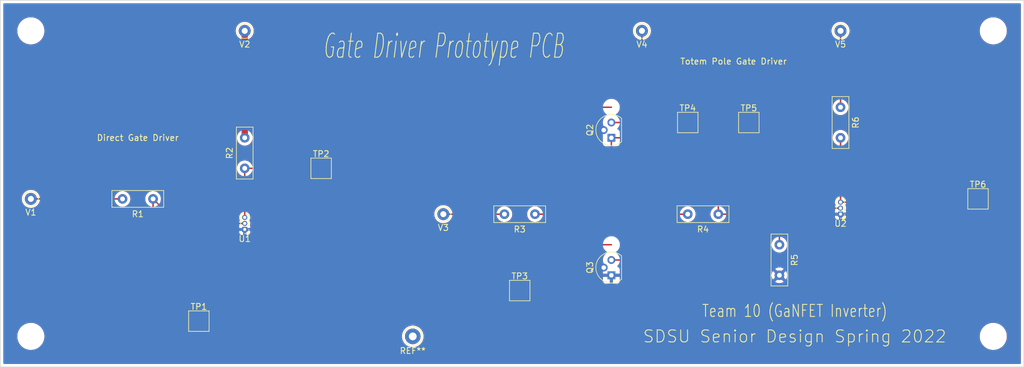
<source format=kicad_pcb>
(kicad_pcb (version 20211014) (generator pcbnew)
  (layers (0 "F.Cu" signal) (31 "B.Cu" signal) (34 "B.Paste" user) (35 "F.Paste" user) (36 "B.SilkS" user "B.Silkscreen") (37 "F.SilkS" user "F.Silkscreen") (38 "B.Mask" user) (39 "F.Mask" user) (44 "Edge.Cuts" user))
  (net 0 "")
  (net 1 "GND")
  (net 2 "Net-(R1-Pad1)")
  (net 3 "Net-(R4-Pad1)")
  (net 4 "Net-(R6-Pad2)")
  (net 5 "Net-(Q2-Pad1)")
  (net 6 "Net-(Q2-Pad3)")
  (net 7 "Net-(Q2-Pad2)")
  (net 8 "Net-(R1-Pad2)")
  (net 9 "Net-(R2-Pad2)")
  (net 10 "Net-(U1-Pad3)")
  (net 11 "Net-(R3-Pad2)")
  (net 12 "Net-(R6-Pad1)")
  (footprint "Resistor_THT:R_Box_L8.4mm_W2.5mm_P5.08mm" (layer "F.Cu") (at 198.12 114.3 -90)
    (fp_text reference "R5" (at 2.54 -2.52 90) (layer "F.SilkS"))
    (fp_text value "R_US")
    (fp_line (start -1.77 1.39) (end 6.85 1.39) (layer "F.SilkS") (width 0.12))
    (fp_line (start 6.85 -1.39) (end 6.85 1.39) (layer "F.SilkS") (width 0.12))
    (fp_line (start -1.77 -1.39) (end 6.85 -1.39) (layer "F.SilkS") (width 0.12))
    (fp_line (start -1.77 -1.39) (end -1.77 1.39) (layer "F.SilkS") (width 0.12))
    (pad "1" thru_hole circle (at 0 0 270) (size 1.6 1.6) (drill 0.8) (layers *.Cu *.Mask) (net 3 "Net-(R4-Pad1)"))
    (pad "2" thru_hole circle (at 5.08 0 270) (size 1.6 1.6) (drill 0.8) (layers *.Cu *.Mask) (net 1 "GND"))
  )
  (footprint "MountingHole:MountingHole_3.5mm" (layer "F.Cu") (at 73.66 78.74)
    (fp_text reference "REF**" hide)
    (fp_text value "MountingHole_3.5mm" hide)
    (pad "" np_thru_hole circle (at 0 0) (size 3.5 3.5) (drill 3.5) (layers *.Cu *.Mask))
  )
  (footprint "Connector_Pin:Pin_D1.0mm_L10.0mm" (layer "F.Cu") (at 73.66 106.68)
    (fp_text reference "V1" (at 0 2.25) (layer "F.SilkS"))
    (fp_text value "PWM-Direct")
    (fp_circle (center 0 0) (end 1.25 0.05) (layer "F.SilkS") (width 0.12) (fill none))
    (pad "1" thru_hole circle (at 0 0) (size 2 2) (drill 1) (layers *.Cu *.Mask) (net 8 "Net-(R1-Pad2)"))
  )
  (footprint "TestPoint:TestPoint_Pad_3.0x3.0mm" (layer "F.Cu") (at 101.6 127)
    (fp_text reference "TP1" (at 0 -2.398) (layer "F.SilkS"))
    (fp_text value "TestPoint")
    (fp_line (start 1.7 -1.7) (end 1.7 1.7) (layer "F.SilkS") (width 0.12))
    (fp_line (start -1.7 -1.7) (end 1.7 -1.7) (layer "F.SilkS") (width 0.12))
    (fp_line (start -1.7 1.7) (end -1.7 -1.7) (layer "F.SilkS") (width 0.12))
    (fp_line (start 1.7 1.7) (end -1.7 1.7) (layer "F.SilkS") (width 0.12))
    (pad "1" smd rect (at 0 0) (size 3 3) (layers "F.Cu" "F.Mask") (net 2 "Net-(R1-Pad1)"))
  )
  (footprint "Package_TO_SOT_THT:TO-92L" (layer "F.Cu") (at 170.18 96.52 90)
    (fp_text reference "Q2" (at 1.29 -3.56 90) (layer "F.SilkS"))
    (fp_text value "BD435")
    (fp_line (start -0.65 1.7) (end 3.2 1.7) (layer "F.SilkS") (width 0.12))
    (fp_arc (start -0.65 1.7) (mid 1.283448 -2.579449) (end 3.238611 1.690122) (layer "F.SilkS") (width 0.12))
    (pad "1" thru_hole rect (at 0 0 90) (size 1.3 1.3) (drill 0.75) (layers *.Cu *.Mask) (net 5 "Net-(Q2-Pad1)"))
    (pad "2" thru_hole circle (at 1.28 -1.27 90) (size 1.3 1.3) (drill 0.75) (layers *.Cu *.Mask) (net 7 "Net-(Q2-Pad2)"))
    (pad "3" thru_hole circle (at 2.54 0 90) (size 1.3 1.3) (drill 0.75) (layers *.Cu *.Mask) (net 6 "Net-(Q2-Pad3)"))
  )
  (footprint "TestPoint:TestPoint_Pad_3.0x3.0mm" (layer "F.Cu") (at 154.94 121.92)
    (fp_text reference "TP3" (at 0 -2.398) (layer "F.SilkS"))
    (fp_text value "TestPoint")
    (fp_line (start 1.7 1.7) (end -1.7 1.7) (layer "F.SilkS") (width 0.12))
    (fp_line (start -1.7 -1.7) (end 1.7 -1.7) (layer "F.SilkS") (width 0.12))
    (fp_line (start 1.7 -1.7) (end 1.7 1.7) (layer "F.SilkS") (width 0.12))
    (fp_line (start -1.7 1.7) (end -1.7 -1.7) (layer "F.SilkS") (width 0.12))
    (pad "1" smd rect (at 0 0) (size 3 3) (layers "F.Cu" "F.Mask") (net 6 "Net-(Q2-Pad3)"))
  )
  (footprint "Resistor_THT:R_Box_L8.4mm_W2.5mm_P5.08mm" (layer "F.Cu") (at 109.22 101.6 90)
    (fp_text reference "R2" (at 2.54 -2.52 90) (layer "F.SilkS"))
    (fp_text value "R_US")
    (fp_line (start -1.77 1.39) (end 6.85 1.39) (layer "F.SilkS") (width 0.12))
    (fp_line (start -1.77 -1.39) (end -1.77 1.39) (layer "F.SilkS") (width 0.12))
    (fp_line (start 6.85 -1.39) (end 6.85 1.39) (layer "F.SilkS") (width 0.12))
    (fp_line (start -1.77 -1.39) (end 6.85 -1.39) (layer "F.SilkS") (width 0.12))
    (pad "1" thru_hole circle (at 0 0 90) (size 1.6 1.6) (drill 0.8) (layers *.Cu *.Mask) (net 10 "Net-(U1-Pad3)"))
    (pad "2" thru_hole circle (at 5.08 0 90) (size 1.6 1.6) (drill 0.8) (layers *.Cu *.Mask) (net 9 "Net-(R2-Pad2)"))
  )
  (footprint "MountingHole:MountingHole_3.5mm" (layer "F.Cu") (at 233.68 78.74)
    (fp_text reference "REF**" hide)
    (fp_text value "MountingHole_3.5mm" hide)
    (pad "" np_thru_hole circle (at 0 0) (size 3.5 3.5) (drill 3.5) (layers *.Cu *.Mask))
  )
  (footprint "MountingHole:MountingHole_3.5mm" (layer "F.Cu") (at 73.66 129.54)
    (fp_text reference "REF**" hide)
    (fp_text value "MountingHole_3.5mm" hide)
    (pad "" np_thru_hole circle (at 0 0) (size 3.5 3.5) (drill 3.5) (layers *.Cu *.Mask))
  )
  (footprint "TestPoint:TestPoint_Pad_3.0x3.0mm" (layer "F.Cu") (at 121.92 101.6)
    (fp_text reference "TP2" (at 0 -2.398) (layer "F.SilkS"))
    (fp_text value "TestPoint")
    (fp_line (start 1.7 -1.7) (end 1.7 1.7) (layer "F.SilkS") (width 0.12))
    (fp_line (start -1.7 -1.7) (end 1.7 -1.7) (layer "F.SilkS") (width 0.12))
    (fp_line (start -1.7 1.7) (end -1.7 -1.7) (layer "F.SilkS") (width 0.12))
    (fp_line (start 1.7 1.7) (end -1.7 1.7) (layer "F.SilkS") (width 0.12))
    (pad "1" smd rect (at 0 0) (size 3 3) (layers "F.Cu" "F.Mask") (net 10 "Net-(U1-Pad3)"))
  )
  (footprint "Connector_PinHeader_1.00mm:PinHeader_1x03_P1.00mm_Vertical" (layer "F.Cu") (at 208.28 109.22 180)
    (fp_text reference "U2" (at 0 -1.56) (layer "F.SilkS"))
    (fp_text value "GaNFET")
    (fp_line (start -0.695 0.685) (end -0.608276 0.685) (layer "F.SilkS") (width 0.12))
    (fp_line (start 0.695 0.685) (end 0.695 2.56) (layer "F.SilkS") (width 0.12))
    (fp_line (start -0.695 0) (end -0.695 -0.685) (layer "F.SilkS") (width 0.12))
    (fp_line (start -0.695 2.56) (end -0.394493 2.56) (layer "F.SilkS") (width 0.12))
    (fp_line (start 0.608276 0.685) (end 0.695 0.685) (layer "F.SilkS") (width 0.12))
    (fp_line (start 0.394493 2.56) (end 0.695 2.56) (layer "F.SilkS") (width 0.12))
    (fp_line (start -0.695 0.685) (end -0.695 2.56) (layer "F.SilkS") (width 0.12))
    (fp_line (start -0.695 -0.685) (end 0 -0.685) (layer "F.SilkS") (width 0.12))
    (pad "1" thru_hole rect (at 0 0 180) (size 0.85 0.85) (drill 0.5) (layers *.Cu *.Mask) (net 1 "GND"))
    (pad "2" thru_hole oval (at 0 1 180) (size 0.85 0.85) (drill 0.5) (layers *.Cu *.Mask) (net 3 "Net-(R4-Pad1)"))
    (pad "3" thru_hole oval (at 0 2 180) (size 0.85 0.85) (drill 0.5) (layers *.Cu *.Mask) (net 4 "Net-(R6-Pad2)"))
  )
  (footprint "Resistor_THT:R_Box_L8.4mm_W2.5mm_P5.08mm" (layer "F.Cu") (at 208.28 91.44 -90)
    (fp_text reference "R6" (at 2.54 -2.52 90) (layer "F.SilkS"))
    (fp_text value "R_US")
    (fp_line (start 6.85 -1.39) (end 6.85 1.39) (layer "F.SilkS") (width 0.12))
    (fp_line (start -1.77 -1.39) (end -1.77 1.39) (layer "F.SilkS") (width 0.12))
    (fp_line (start -1.77 1.39) (end 6.85 1.39) (layer "F.SilkS") (width 0.12))
    (fp_line (start -1.77 -1.39) (end 6.85 -1.39) (layer "F.SilkS") (width 0.12))
    (pad "1" thru_hole circle (at 0 0 270) (size 1.6 1.6) (drill 0.8) (layers *.Cu *.Mask) (net 12 "Net-(R6-Pad1)"))
    (pad "2" thru_hole circle (at 5.08 0 270) (size 1.6 1.6) (drill 0.8) (layers *.Cu *.Mask) (net 4 "Net-(R6-Pad2)"))
  )
  (footprint "Connector_Pin:Pin_D1.0mm_L10.0mm" (layer "F.Cu") (at 109.22 78.74)
    (fp_text reference "V2" (at 0 2.25) (layer "F.SilkS"))
    (fp_text value "V-Load-Direct")
    (fp_circle (center 0 0) (end 1.25 0.05) (layer "F.SilkS") (width 0.12) (fill none))
    (pad "1" thru_hole circle (at 0 0) (size 2 2) (drill 1) (layers *.Cu *.Mask) (net 9 "Net-(R2-Pad2)"))
  )
  (footprint "Resistor_THT:R_Box_L8.4mm_W2.5mm_P5.08mm" (layer "F.Cu") (at 157.48 109.22 180)
    (fp_text reference "R3" (at 2.54 -2.52) (layer "F.SilkS"))
    (fp_text value "R_US")
    (fp_line (start -1.77 -1.39) (end -1.77 1.39) (layer "F.SilkS") (width 0.12))
    (fp_line (start 6.85 -1.39) (end 6.85 1.39) (layer "F.SilkS") (width 0.12))
    (fp_line (start -1.77 1.39) (end 6.85 1.39) (layer "F.SilkS") (width 0.12))
    (fp_line (start -1.77 -1.39) (end 6.85 -1.39) (layer "F.SilkS") (width 0.12))
    (pad "1" thru_hole circle (at 0 0 180) (size 1.6 1.6) (drill 0.8) (layers *.Cu *.Mask) (net 6 "Net-(Q2-Pad3)"))
    (pad "2" thru_hole circle (at 5.08 0 180) (size 1.6 1.6) (drill 0.8) (layers *.Cu *.Mask) (net 11 "Net-(R3-Pad2)"))
  )
  (footprint "Resistor_THT:R_Box_L8.4mm_W2.5mm_P5.08mm" (layer "F.Cu") (at 187.96 109.22 180)
    (fp_text reference "R4" (at 2.54 -2.52) (layer "F.SilkS"))
    (fp_text value "R_US")
    (fp_line (start -1.77 1.39) (end 6.85 1.39) (layer "F.SilkS") (width 0.12))
    (fp_line (start 6.85 -1.39) (end 6.85 1.39) (layer "F.SilkS") (width 0.12))
    (fp_line (start -1.77 -1.39) (end 6.85 -1.39) (layer "F.SilkS") (width 0.12))
    (fp_line (start -1.77 -1.39) (end -1.77 1.39) (layer "F.SilkS") (width 0.12))
    (pad "1" thru_hole circle (at 0 0 180) (size 1.6 1.6) (drill 0.8) (layers *.Cu *.Mask) (net 3 "Net-(R4-Pad1)"))
    (pad "2" thru_hole circle (at 5.08 0 180) (size 1.6 1.6) (drill 0.8) (layers *.Cu *.Mask) (net 5 "Net-(Q2-Pad1)"))
  )
  (footprint "Connector_Pin:Pin_D1.3mm_L11.0mm" (layer "F.Cu") (at 137.16 129.54)
    (fp_text reference "REF**" (at 0 2.4) (layer "F.SilkS"))
    (fp_text value "GND")
    (fp_circle (center 0 0) (end 1.6 0.05) (layer "F.SilkS") (width 0.12) (fill none))
    (pad "1" thru_hole circle (at 0 0) (size 2.6 2.6) (drill 1.3) (layers *.Cu *.Mask))
  )
  (footprint "Connector_Pin:Pin_D1.0mm_L10.0mm" (layer "F.Cu") (at 175.26 78.74)
    (fp_text reference "V4" (at 0 2.25) (layer "F.SilkS"))
    (fp_text value "VSwitch")
    (fp_circle (center 0 0) (end 1.25 0.05) (layer "F.SilkS") (width 0.12) (fill none))
    (pad "1" thru_hole circle (at 0 0) (size 2 2) (drill 1) (layers *.Cu *.Mask) (net 7 "Net-(Q2-Pad2)"))
  )
  (footprint "TestPoint:TestPoint_Pad_3.0x3.0mm" (layer "F.Cu") (at 193.04 93.98)
    (fp_text reference "TP5" (at 0 -2.398) (layer "F.SilkS"))
    (fp_text value "TestPoint")
    (fp_line (start 1.7 1.7) (end -1.7 1.7) (layer "F.SilkS") (width 0.12))
    (fp_line (start -1.7 -1.7) (end 1.7 -1.7) (layer "F.SilkS") (width 0.12))
    (fp_line (start 1.7 -1.7) (end 1.7 1.7) (layer "F.SilkS") (width 0.12))
    (fp_line (start -1.7 1.7) (end -1.7 -1.7) (layer "F.SilkS") (width 0.12))
    (pad "1" smd rect (at 0 0) (size 3 3) (layers "F.Cu" "F.Mask") (net 3 "Net-(R4-Pad1)"))
  )
  (footprint "Resistor_THT:R_Box_L8.4mm_W2.5mm_P5.08mm" (layer "F.Cu") (at 93.98 106.68 180)
    (fp_text reference "R1" (at 2.54 -2.52) (layer "F.SilkS"))
    (fp_text value "R_US")
    (fp_line (start 6.85 -1.39) (end 6.85 1.39) (layer "F.SilkS") (width 0.12))
    (fp_line (start -1.77 -1.39) (end -1.77 1.39) (layer "F.SilkS") (width 0.12))
    (fp_line (start -1.77 -1.39) (end 6.85 -1.39) (layer "F.SilkS") (width 0.12))
    (fp_line (start -1.77 1.39) (end 6.85 1.39) (layer "F.SilkS") (width 0.12))
    (pad "1" thru_hole circle (at 0 0 180) (size 1.6 1.6) (drill 0.8) (layers *.Cu *.Mask) (net 2 "Net-(R1-Pad1)"))
    (pad "2" thru_hole circle (at 5.08 0 180) (size 1.6 1.6) (drill 0.8) (layers *.Cu *.Mask) (net 8 "Net-(R1-Pad2)"))
  )
  (footprint "Connector_PinHeader_1.00mm:PinHeader_1x03_P1.00mm_Vertical" (layer "F.Cu") (at 109.22 111.76 180)
    (fp_text reference "U1" (at 0 -1.56) (layer "F.SilkS"))
    (fp_text value "GaNFET")
    (fp_line (start -0.695 0.685) (end -0.608276 0.685) (layer "F.SilkS") (width 0.12))
    (fp_line (start -0.695 0.685) (end -0.695 2.56) (layer "F.SilkS") (width 0.12))
    (fp_line (start 0.608276 0.685) (end 0.695 0.685) (layer "F.SilkS") (width 0.12))
    (fp_line (start -0.695 2.56) (end -0.394493 2.56) (layer "F.SilkS") (width 0.12))
    (fp_line (start -0.695 0) (end -0.695 -0.685) (layer "F.SilkS") (width 0.12))
    (fp_line (start 0.394493 2.56) (end 0.695 2.56) (layer "F.SilkS") (width 0.12))
    (fp_line (start -0.695 -0.685) (end 0 -0.685) (layer "F.SilkS") (width 0.12))
    (fp_line (start 0.695 0.685) (end 0.695 2.56) (layer "F.SilkS") (width 0.12))
    (pad "1" thru_hole rect (at 0 0 180) (size 0.85 0.85) (drill 0.5) (layers *.Cu *.Mask) (net 1 "GND"))
    (pad "2" thru_hole oval (at 0 1 180) (size 0.85 0.85) (drill 0.5) (layers *.Cu *.Mask) (net 2 "Net-(R1-Pad1)"))
    (pad "3" thru_hole oval (at 0 2 180) (size 0.85 0.85) (drill 0.5) (layers *.Cu *.Mask) (net 10 "Net-(U1-Pad3)"))
  )
  (footprint "Package_TO_SOT_THT:TO-92L" (layer "F.Cu") (at 170.18 119.38 90)
    (fp_text reference "Q3" (at 1.29 -3.56 90) (layer "F.SilkS"))
    (fp_text value "BD436")
    (fp_line (start -0.65 1.7) (end 3.2 1.7) (layer "F.SilkS") (width 0.12))
    (fp_arc (start -0.65 1.7) (mid 1.283448 -2.579449) (end 3.238611 1.690122) (layer "F.SilkS") (width 0.12))
    (pad "1" thru_hole rect (at 0 0 90) (size 1.3 1.3) (drill 0.75) (layers *.Cu *.Mask) (net 1 "GND"))
    (pad "2" thru_hole circle (at 1.28 -1.27 90) (size 1.3 1.3) (drill 0.75) (layers *.Cu *.Mask) (net 5 "Net-(Q2-Pad1)"))
    (pad "3" thru_hole circle (at 2.54 0 90) (size 1.3 1.3) (drill 0.75) (layers *.Cu *.Mask) (net 6 "Net-(Q2-Pad3)"))
  )
  (footprint "Connector_Pin:Pin_D1.0mm_L10.0mm" (layer "F.Cu") (at 208.28 78.74)
    (fp_text reference "V5" (at 0 2.25) (layer "F.SilkS"))
    (fp_text value "V-Load-Totem")
    (fp_circle (center 0 0) (end 1.25 0.05) (layer "F.SilkS") (width 0.12) (fill none))
    (pad "1" thru_hole circle (at 0 0) (size 2 2) (drill 1) (layers *.Cu *.Mask) (net 12 "Net-(R6-Pad1)"))
  )
  (footprint "Connector_Pin:Pin_D1.0mm_L10.0mm" (layer "F.Cu") (at 142.24 109.22)
    (fp_text reference "V3" (at 0 2.25) (layer "F.SilkS"))
    (fp_text value "PWM-Totem")
    (fp_circle (center 0 0) (end 1.25 0.05) (layer "F.SilkS") (width 0.12) (fill none))
    (pad "1" thru_hole circle (at 0 0) (size 2 2) (drill 1) (layers *.Cu *.Mask) (net 11 "Net-(R3-Pad2)"))
  )
  (footprint "TestPoint:TestPoint_Pad_3.0x3.0mm" (layer "F.Cu") (at 182.88 93.98)
    (fp_text reference "TP4" (at 0 -2.398) (layer "F.SilkS"))
    (fp_text value "TestPoint")
    (fp_line (start 1.7 1.7) (end -1.7 1.7) (layer "F.SilkS") (width 0.12))
    (fp_line (start -1.7 -1.7) (end 1.7 -1.7) (layer "F.SilkS") (width 0.12))
    (fp_line (start -1.7 1.7) (end -1.7 -1.7) (layer "F.SilkS") (width 0.12))
    (fp_line (start 1.7 -1.7) (end 1.7 1.7) (layer "F.SilkS") (width 0.12))
    (pad "1" smd rect (at 0 0) (size 3 3) (layers "F.Cu" "F.Mask") (net 5 "Net-(Q2-Pad1)"))
  )
  (footprint "MountingHole:MountingHole_3.5mm" (layer "F.Cu") (at 233.68 129.54)
    (fp_text reference "REF**" hide)
    (fp_text value "MountingHole_3.5mm" hide)
    (pad "" np_thru_hole circle (at 0 0) (size 3.5 3.5) (drill 3.5) (layers *.Cu *.Mask))
  )
  (footprint "TestPoint:TestPoint_Pad_3.0x3.0mm" (layer "F.Cu") (at 231.14 106.68)
    (fp_text reference "TP6" (at 0 -2.398) (layer "F.SilkS"))
    (fp_text value "TestPoint")
    (fp_line (start -1.7 1.7) (end -1.7 -1.7) (layer "F.SilkS") (width 0.12))
    (fp_line (start -1.7 -1.7) (end 1.7 -1.7) (layer "F.SilkS") (width 0.12))
    (fp_line (start 1.7 -1.7) (end 1.7 1.7) (layer "F.SilkS") (width 0.12))
    (fp_line (start 1.7 1.7) (end -1.7 1.7) (layer "F.SilkS") (width 0.12))
    (pad "1" smd rect (at 0 0) (size 3 3) (layers "F.Cu" "F.Mask") (net 4 "Net-(R6-Pad2)"))
  )
  (gr_line (start 238.76 134.62) (end 68.58 134.62) (layer "Edge.Cuts") (width 0.1))
  (gr_line (start 238.76 73.66) (end 238.76 134.62) (layer "Edge.Cuts") (width 0.1))
  (gr_line (start 68.58 134.62) (end 68.58 73.66) (layer "Edge.Cuts") (width 0.1))
  (gr_line (start 238.76 127) (end 238.76 134.62) (layer "Edge.Cuts") (width 0.1))
  (gr_line (start 68.58 73.66) (end 238.76 73.66) (layer "Edge.Cuts") (width 0.1))
  (gr_text "SDSU Senior Design Spring 2022" (at 200.66 129.54) (layer "F.SilkS") (effects (font (size 2 2))))
  (gr_text "Team 10 (GaNFET Inverter)" (at 200.66 125.3) (layer "F.SilkS") (effects (font (size 2 1.5))))
  (gr_text "Totem Pole Gate Driver" (at 190.5 83.82) (layer "F.SilkS") (effects (font (size 1 1))))
  (gr_text "Gate Driver Prototype PCB" (at 142.24 81.28) (layer "F.SilkS") (effects (font (size 4 2) (thickness 0.15) italic)))
  (gr_text "Direct Gate Driver\n" (at 91.44 96.52) (layer "F.SilkS") (effects (font (size 1 1))))
  (segment (start 93.98 106.68) (end 98.06 110.76) (width 0.25) (layer "F.Cu") (net 2))
  (segment (start 98.06 110.76) (end 109.22 110.76) (width 0.25) (layer "F.Cu") (net 2))
  (segment (start 93.98 119.38) (end 101.6 127) (width 0.25) (layer "F.Cu") (net 2))
  (segment (start 93.98 106.68) (end 93.98 119.38) (width 0.25) (layer "F.Cu") (net 2))
  (segment (start 187.96 109.22) (end 187.96 101.6) (width 0.25) (layer "F.Cu") (net 3))
  (segment (start 199.12 108.22) (end 208.28 108.22) (width 0.25) (layer "F.Cu") (net 3))
  (segment (start 187.96 101.6) (end 193.04 101.6) (width 0.25) (layer "F.Cu") (net 3))
  (segment (start 187.96 109.22) (end 198.12 109.22) (width 0.25) (layer "F.Cu") (net 3))
  (segment (start 193.04 101.6) (end 193.04 93.98) (width 0.25) (layer "F.Cu") (net 3))
  (segment (start 198.12 109.22) (end 198.12 114.3) (width 0.25) (layer "F.Cu") (net 3))
  (segment (start 198.12 109.22) (end 199.12 108.22) (width 0.25) (layer "F.Cu") (net 3))
  (segment (start 230.6 107.22) (end 231.14 106.68) (width 0.25) (layer "F.Cu") (net 4))
  (segment (start 208.28 107.22) (end 208.28 96.52) (width 0.25) (layer "F.Cu") (net 4))
  (segment (start 208.28 107.22) (end 230.6 107.22) (width 0.25) (layer "F.Cu") (net 4))
  (segment (start 170.18 101.6) (end 170.18 96.52) (width 0.25) (layer "F.Cu") (net 5))
  (segment (start 170.18 116.84) (end 175.26 116.84) (width 0.25) (layer "F.Cu") (net 5))
  (segment (start 177.8 109.22) (end 182.88 109.22) (width 0.25) (layer "F.Cu") (net 5))
  (segment (start 175.26 116.84) (end 175.26 106.68) (width 0.25) (layer "F.Cu") (net 5))
  (segment (start 175.26 106.68) (end 177.8 109.22) (width 0.25) (layer "F.Cu") (net 5))
  (segment (start 170.18 96.52) (end 182.88 96.52) (width 0.25) (layer "F.Cu") (net 5))
  (segment (start 175.26 106.68) (end 170.18 101.6) (width 0.25) (layer "F.Cu") (net 5))
  (segment (start 182.88 96.52) (end 182.88 93.98) (width 0.25) (layer "F.Cu") (net 5))
  (segment (start 165.1 109.22) (end 165.1 91.44) (width 0.25) (layer "F.Cu") (net 6))
  (segment (start 165.1 109.22) (end 165.1 114.3) (width 0.25) (layer "F.Cu") (net 6))
  (segment (start 165.1 114.3) (end 170.18 114.3) (width 0.25) (layer "F.Cu") (net 6))
  (segment (start 157.48 121.92) (end 154.94 121.92) (width 0.25) (layer "F.Cu") (net 6))
  (segment (start 165.1 91.44) (end 170.18 91.44) (width 0.25) (layer "F.Cu") (net 6))
  (segment (start 165.1 114.3) (end 157.48 121.92) (width 0.25) (layer "F.Cu") (net 6))
  (segment (start 157.48 109.22) (end 165.1 109.22) (width 0.25) (layer "F.Cu") (net 6))
  (segment (start 175.26 78.74) (end 175.26 93.98) (width 0.25) (layer "F.Cu") (net 7))
  (segment (start 175.26 93.98) (end 170.18 93.98) (width 0.25) (layer "F.Cu") (net 7))
  (segment (start 73.66 106.68) (end 88.9 106.68) (width 0.25) (layer "F.Cu") (net 8))
  (segment (start 109.22 78.74) (end 109.22 96.52) (width 1.06) (layer "F.Cu") (net 9))
  (segment (start 109.22 101.6) (end 121.92 101.6) (width 0.25) (layer "F.Cu") (net 10))
  (segment (start 109.22 101.6) (end 109.22 109.76) (width 0.25) (layer "F.Cu") (net 10))
  (segment (start 142.24 109.22) (end 152.4 109.22) (width 0.25) (layer "F.Cu") (net 11))
  (segment (start 208.28 78.74) (end 208.28 91.44) (width 0.25) (layer "F.Cu") (net 12))
  (zone (net 1) (net_name "GND") (layers F&B.Cu) (connect_pads (clearance 0.508)) (min_thickness 0.254) (fill yes (thermal_gap 0.508) (thermal_bridge_width 0.508))
    (polygon (pts (xy 238.76 134.62) (xy 68.58 134.62) (xy 68.58 73.66) (xy 238.76 73.66)))
  )
)
</source>
